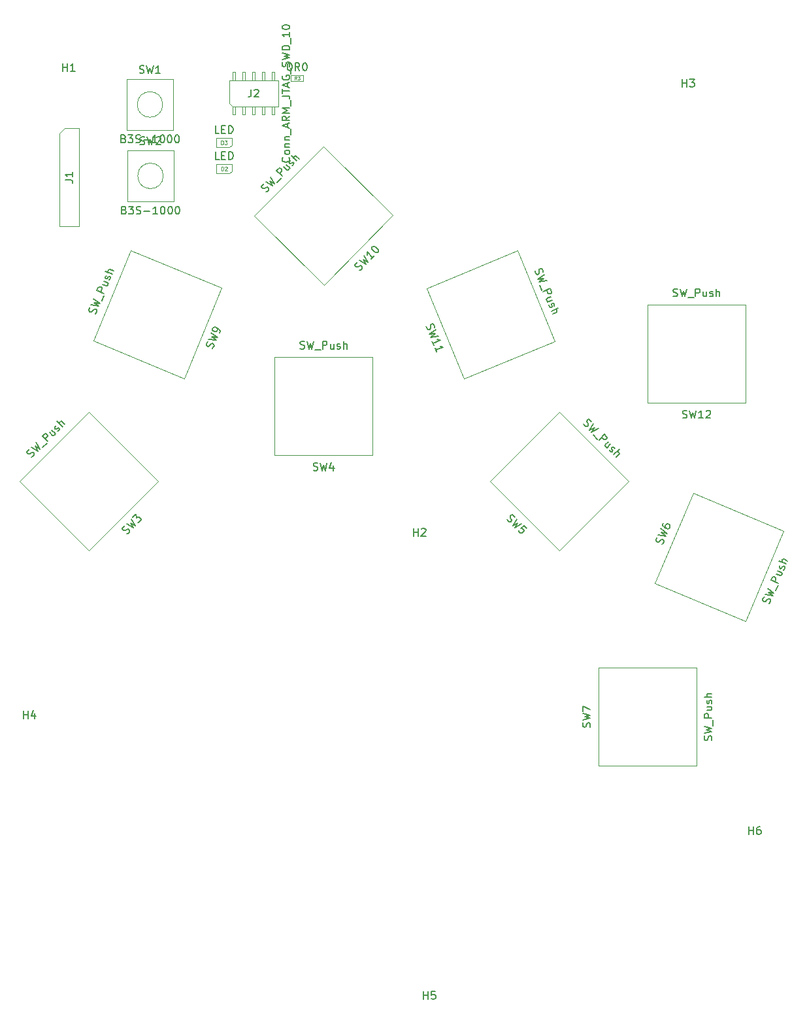
<source format=gbr>
G04 #@! TF.GenerationSoftware,KiCad,Pcbnew,(5.1.5)-3*
G04 #@! TF.CreationDate,2021-10-20T23:00:29+02:00*
G04 #@! TF.ProjectId,WFP_v2_0,5746505f-7632-45f3-902e-6b696361645f,v 0.2*
G04 #@! TF.SameCoordinates,Original*
G04 #@! TF.FileFunction,Other,Fab,Top*
%FSLAX46Y46*%
G04 Gerber Fmt 4.6, Leading zero omitted, Abs format (unit mm)*
G04 Created by KiCad (PCBNEW (5.1.5)-3) date 2021-10-20 23:00:29*
%MOMM*%
%LPD*%
G04 APERTURE LIST*
%ADD10C,0.100000*%
%ADD11C,0.150000*%
%ADD12C,0.080000*%
%ADD13C,0.060000*%
G04 APERTURE END LIST*
D10*
X96559114Y-65834633D02*
X87657567Y-74892914D01*
X87657567Y-74892914D02*
X78599286Y-65991366D01*
X78599286Y-65991366D02*
X87500834Y-56933086D01*
X87500834Y-56933086D02*
X96559114Y-65834633D01*
X62602113Y-70412639D02*
X74335383Y-75272719D01*
X57742033Y-82145909D02*
X62602113Y-70412639D01*
X69475303Y-87005989D02*
X57742033Y-82145909D01*
X74335383Y-75272719D02*
X69475303Y-87005989D01*
X66134205Y-100331846D02*
X57153949Y-109312102D01*
X57153949Y-109312102D02*
X48173693Y-100331846D01*
X48173693Y-100331846D02*
X57153949Y-91351590D01*
X57153949Y-91351590D02*
X66134205Y-100331846D01*
X93929200Y-84251800D02*
X93929200Y-96951800D01*
X81229200Y-84251800D02*
X93929200Y-84251800D01*
X81229200Y-96951800D02*
X81229200Y-84251800D01*
X93929200Y-96951800D02*
X81229200Y-96951800D01*
X142240000Y-90170000D02*
X129540000Y-90170000D01*
X129540000Y-90170000D02*
X129540000Y-77470000D01*
X129540000Y-77470000D02*
X142240000Y-77470000D01*
X142240000Y-77470000D02*
X142240000Y-90170000D01*
X73685000Y-60467800D02*
X75385000Y-60467800D01*
X75385000Y-60467800D02*
X75685000Y-60167800D01*
X75685000Y-60167800D02*
X75685000Y-59267800D01*
X75685000Y-59267800D02*
X73685000Y-59267800D01*
X73685000Y-59267800D02*
X73685000Y-60467800D01*
X53975000Y-54610000D02*
X55880000Y-54610000D01*
X55880000Y-54610000D02*
X55880000Y-67310000D01*
X55880000Y-67310000D02*
X53340000Y-67310000D01*
X53340000Y-67310000D02*
X53340000Y-55245000D01*
X53340000Y-55245000D02*
X53975000Y-54610000D01*
X81661000Y-48409200D02*
X81661000Y-51819200D01*
X75311000Y-51384200D02*
X75311000Y-48409200D01*
X81661000Y-51819200D02*
X75746000Y-51819200D01*
X75746000Y-51819200D02*
X75311000Y-51384200D01*
X75311000Y-48409200D02*
X81661000Y-48409200D01*
X75746000Y-51819200D02*
X75746000Y-52864200D01*
X75746000Y-52864200D02*
X76146000Y-52864200D01*
X76146000Y-52864200D02*
X76146000Y-51819200D01*
X75746000Y-48409200D02*
X75746000Y-47364200D01*
X75746000Y-47364200D02*
X76146000Y-47364200D01*
X76146000Y-47364200D02*
X76146000Y-48409200D01*
X77016000Y-51819200D02*
X77016000Y-52864200D01*
X77016000Y-52864200D02*
X77416000Y-52864200D01*
X77416000Y-52864200D02*
X77416000Y-51819200D01*
X77016000Y-48409200D02*
X77016000Y-47364200D01*
X77016000Y-47364200D02*
X77416000Y-47364200D01*
X77416000Y-47364200D02*
X77416000Y-48409200D01*
X78286000Y-51819200D02*
X78286000Y-52864200D01*
X78286000Y-52864200D02*
X78686000Y-52864200D01*
X78686000Y-52864200D02*
X78686000Y-51819200D01*
X78286000Y-48409200D02*
X78286000Y-47364200D01*
X78286000Y-47364200D02*
X78686000Y-47364200D01*
X78686000Y-47364200D02*
X78686000Y-48409200D01*
X79556000Y-51819200D02*
X79556000Y-52864200D01*
X79556000Y-52864200D02*
X79956000Y-52864200D01*
X79956000Y-52864200D02*
X79956000Y-51819200D01*
X79556000Y-48409200D02*
X79556000Y-47364200D01*
X79556000Y-47364200D02*
X79956000Y-47364200D01*
X79956000Y-47364200D02*
X79956000Y-48409200D01*
X80826000Y-51819200D02*
X80826000Y-52864200D01*
X80826000Y-52864200D02*
X81226000Y-52864200D01*
X81226000Y-52864200D02*
X81226000Y-51819200D01*
X80826000Y-48409200D02*
X80826000Y-47364200D01*
X80826000Y-47364200D02*
X81226000Y-47364200D01*
X81226000Y-47364200D02*
X81226000Y-48409200D01*
X83338800Y-47733000D02*
X84938800Y-47733000D01*
X83338800Y-48533000D02*
X83338800Y-47733000D01*
X84938800Y-48533000D02*
X83338800Y-48533000D01*
X84938800Y-47733000D02*
X84938800Y-48533000D01*
X62063201Y-54836600D02*
X62063201Y-48236600D01*
X68063201Y-54836600D02*
X62063201Y-54836600D01*
X68063201Y-48236600D02*
X68063201Y-54836600D01*
X62063201Y-48236600D02*
X68063201Y-48236600D01*
X66713201Y-51536600D02*
G75*
G03X66713201Y-51536600I-1650000J0D01*
G01*
X66775600Y-60782200D02*
G75*
G03X66775600Y-60782200I-1650000J0D01*
G01*
X62125600Y-57482200D02*
X68125600Y-57482200D01*
X68125600Y-57482200D02*
X68125600Y-64082200D01*
X68125600Y-64082200D02*
X62125600Y-64082200D01*
X62125600Y-64082200D02*
X62125600Y-57482200D01*
X127088410Y-100323949D02*
X118108154Y-109304205D01*
X118108154Y-91343693D02*
X127088410Y-100323949D01*
X109127898Y-100323949D02*
X118108154Y-91343693D01*
X118108154Y-109304205D02*
X109127898Y-100323949D01*
X130510759Y-113503460D02*
X135473044Y-101813048D01*
X135473044Y-101813048D02*
X147163456Y-106775333D01*
X147163456Y-106775333D02*
X142201171Y-118465745D01*
X142201171Y-118465745D02*
X130510759Y-113503460D01*
X123190000Y-137160000D02*
X123190000Y-124460000D01*
X123190000Y-124460000D02*
X135890000Y-124460000D01*
X135890000Y-124460000D02*
X135890000Y-137160000D01*
X135890000Y-137160000D02*
X123190000Y-137160000D01*
X117511999Y-82179217D02*
X105778729Y-87039297D01*
X112651919Y-70445947D02*
X117511999Y-82179217D01*
X100918649Y-75306027D02*
X112651919Y-70445947D01*
X105778729Y-87039297D02*
X100918649Y-75306027D01*
X73659600Y-57089600D02*
X75359600Y-57089600D01*
X75359600Y-57089600D02*
X75659600Y-56789600D01*
X75659600Y-56789600D02*
X75659600Y-55889600D01*
X75659600Y-55889600D02*
X73659600Y-55889600D01*
X73659600Y-55889600D02*
X73659600Y-57089600D01*
D11*
X80115658Y-62851457D02*
X80249752Y-62782940D01*
X80416635Y-62613119D01*
X80449424Y-62511813D01*
X80448836Y-62444473D01*
X80414284Y-62343755D01*
X80346356Y-62277002D01*
X80245050Y-62244213D01*
X80177710Y-62244800D01*
X80076992Y-62279352D01*
X79909521Y-62381833D01*
X79808804Y-62416385D01*
X79741463Y-62416973D01*
X79640157Y-62384184D01*
X79572229Y-62317430D01*
X79537677Y-62216713D01*
X79537089Y-62149372D01*
X79569878Y-62048067D01*
X79736761Y-61878245D01*
X79870855Y-61809729D01*
X80070528Y-61538602D02*
X80950661Y-62069690D01*
X80574703Y-61433183D01*
X81217674Y-61797975D01*
X80671307Y-60927245D01*
X81552616Y-61593014D02*
X82086642Y-61049585D01*
X82185597Y-60813010D02*
X81472346Y-60112101D01*
X81739359Y-59840387D01*
X81840077Y-59805835D01*
X81907418Y-59805247D01*
X82008723Y-59838036D01*
X82110616Y-59938166D01*
X82145168Y-60038883D01*
X82145755Y-60106224D01*
X82112967Y-60207530D01*
X81845953Y-60479244D01*
X82711395Y-59326808D02*
X83186895Y-59794081D01*
X82411005Y-59632487D02*
X82784613Y-59999630D01*
X82885918Y-60032419D01*
X82986636Y-59997867D01*
X83086766Y-59895974D01*
X83119555Y-59794669D01*
X83118967Y-59727328D01*
X83453321Y-59455026D02*
X83554038Y-59420474D01*
X83687545Y-59284617D01*
X83720334Y-59183311D01*
X83685782Y-59082594D01*
X83651818Y-59049217D01*
X83550512Y-59016428D01*
X83449795Y-59050980D01*
X83349665Y-59152873D01*
X83248947Y-59187425D01*
X83147642Y-59154636D01*
X83113678Y-59121259D01*
X83079126Y-59020542D01*
X83111915Y-58919237D01*
X83212045Y-58817344D01*
X83312762Y-58782792D01*
X84088065Y-58877045D02*
X83374814Y-58176136D01*
X84388454Y-58571366D02*
X84014847Y-58204223D01*
X83913542Y-58171434D01*
X83812824Y-58205986D01*
X83712694Y-58307879D01*
X83679905Y-58409184D01*
X83680493Y-58476525D01*
X92215718Y-73006304D02*
X92349812Y-72937787D01*
X92516695Y-72767966D01*
X92549484Y-72666660D01*
X92548897Y-72599320D01*
X92514345Y-72498602D01*
X92446416Y-72431849D01*
X92345111Y-72399060D01*
X92277770Y-72399647D01*
X92177052Y-72434199D01*
X92009582Y-72536680D01*
X91908864Y-72571232D01*
X91841523Y-72571820D01*
X91740218Y-72539031D01*
X91672289Y-72472277D01*
X91637737Y-72371560D01*
X91637150Y-72304219D01*
X91669938Y-72202914D01*
X91836822Y-72033092D01*
X91970916Y-71964576D01*
X92170588Y-71693449D02*
X93050722Y-72224537D01*
X92674763Y-71588030D01*
X93317735Y-71952822D01*
X92771367Y-71082092D01*
X94118774Y-71137679D02*
X93718254Y-71545251D01*
X93918514Y-71341465D02*
X93205264Y-70640556D01*
X93240403Y-70808614D01*
X93241579Y-70943296D01*
X93208790Y-71044601D01*
X93839420Y-69995234D02*
X93906173Y-69927305D01*
X94006890Y-69892753D01*
X94074231Y-69892165D01*
X94175537Y-69924954D01*
X94344770Y-70024497D01*
X94514592Y-70191380D01*
X94617073Y-70358851D01*
X94651625Y-70459568D01*
X94652212Y-70526909D01*
X94619423Y-70628214D01*
X94552670Y-70696143D01*
X94451952Y-70730695D01*
X94384611Y-70731283D01*
X94283306Y-70698494D01*
X94114072Y-70598951D01*
X93944251Y-70432068D01*
X93841770Y-70264597D01*
X93807218Y-70163880D01*
X93806631Y-70096539D01*
X93839420Y-69995234D01*
X57971757Y-78666593D02*
X58070421Y-78552833D01*
X58161536Y-78332862D01*
X58153988Y-78226650D01*
X58128216Y-78164433D01*
X58058451Y-78083993D01*
X57970462Y-78047547D01*
X57864251Y-78055095D01*
X57802034Y-78080866D01*
X57721593Y-78150632D01*
X57604707Y-78308386D01*
X57524267Y-78378151D01*
X57462049Y-78403923D01*
X57355838Y-78411471D01*
X57267849Y-78375025D01*
X57198084Y-78294584D01*
X57172312Y-78232367D01*
X57164764Y-78126156D01*
X57255879Y-77906184D01*
X57354543Y-77792424D01*
X57438110Y-77466242D02*
X58453104Y-77628954D01*
X57866082Y-77179631D01*
X58598888Y-77277000D01*
X57766124Y-76674345D01*
X58832661Y-76961492D02*
X59124229Y-76257583D01*
X59127356Y-76001166D02*
X58203476Y-75618483D01*
X58349261Y-75266528D01*
X58429701Y-75196763D01*
X58491918Y-75170992D01*
X58598130Y-75163443D01*
X58730112Y-75218113D01*
X58799878Y-75298553D01*
X58825649Y-75360770D01*
X58833197Y-75466982D01*
X58687413Y-75818936D01*
X59058127Y-74426216D02*
X59674047Y-74681338D01*
X58894120Y-74822164D02*
X59378057Y-75022617D01*
X59484268Y-75015069D01*
X59564708Y-74945304D01*
X59619377Y-74813321D01*
X59611829Y-74707109D01*
X59586058Y-74644892D01*
X59794059Y-74267167D02*
X59874500Y-74197401D01*
X59947392Y-74021424D01*
X59939844Y-73915213D01*
X59870078Y-73834772D01*
X59826084Y-73816549D01*
X59719872Y-73824097D01*
X59639432Y-73893863D01*
X59584763Y-74025846D01*
X59504323Y-74095611D01*
X59398111Y-74103160D01*
X59354117Y-74084936D01*
X59284351Y-74004496D01*
X59276803Y-73898285D01*
X59331472Y-73766302D01*
X59411912Y-73696536D01*
X60166068Y-73493493D02*
X59242189Y-73110810D01*
X60330075Y-73097545D02*
X59846138Y-72897091D01*
X59739927Y-72904640D01*
X59659487Y-72974405D01*
X59604817Y-73106388D01*
X59612366Y-73212599D01*
X59638137Y-73274817D01*
X73177041Y-83109298D02*
X73275704Y-82995538D01*
X73366820Y-82775566D01*
X73359271Y-82669355D01*
X73333500Y-82607138D01*
X73263735Y-82526697D01*
X73175746Y-82490251D01*
X73069535Y-82497800D01*
X73007317Y-82523571D01*
X72926877Y-82593336D01*
X72809991Y-82751090D01*
X72729550Y-82820856D01*
X72667333Y-82846627D01*
X72561121Y-82854175D01*
X72473133Y-82817729D01*
X72403367Y-82737289D01*
X72377596Y-82675072D01*
X72370048Y-82568860D01*
X72461163Y-82348889D01*
X72559826Y-82235129D01*
X72643393Y-81908946D02*
X73658388Y-82071658D01*
X73071366Y-81622336D01*
X73804172Y-81719704D01*
X72971408Y-81117049D01*
X74059294Y-81103784D02*
X74132186Y-80927807D01*
X74124638Y-80821596D01*
X74098867Y-80759379D01*
X74003330Y-80616721D01*
X73845576Y-80499835D01*
X73493622Y-80354050D01*
X73387411Y-80361599D01*
X73325193Y-80387370D01*
X73244753Y-80457135D01*
X73171861Y-80633112D01*
X73179409Y-80739324D01*
X73205180Y-80801541D01*
X73274946Y-80881982D01*
X73494917Y-80973097D01*
X73601129Y-80965549D01*
X73663346Y-80939777D01*
X73743786Y-80870012D01*
X73816678Y-80694035D01*
X73809130Y-80587823D01*
X73783359Y-80525606D01*
X73713593Y-80445166D01*
X49717407Y-97205289D02*
X49852094Y-97137946D01*
X50020453Y-96969587D01*
X50054125Y-96868572D01*
X50054125Y-96801228D01*
X50020453Y-96700213D01*
X49953110Y-96632870D01*
X49852094Y-96599198D01*
X49784751Y-96599198D01*
X49683736Y-96632870D01*
X49515377Y-96733885D01*
X49414362Y-96767557D01*
X49347018Y-96767557D01*
X49246003Y-96733885D01*
X49178659Y-96666541D01*
X49144988Y-96565526D01*
X49144988Y-96498183D01*
X49178659Y-96397167D01*
X49347018Y-96228809D01*
X49481705Y-96161465D01*
X49683736Y-95892091D02*
X50559201Y-96430839D01*
X50188812Y-95791076D01*
X50828575Y-96161465D01*
X50289827Y-95286000D01*
X51165293Y-95959435D02*
X51704041Y-95420687D01*
X51805056Y-95184984D02*
X51097949Y-94477878D01*
X51367323Y-94208504D01*
X51468338Y-94174832D01*
X51535682Y-94174832D01*
X51636697Y-94208504D01*
X51737712Y-94309519D01*
X51771384Y-94410534D01*
X51771384Y-94477878D01*
X51737712Y-94578893D01*
X51468338Y-94848267D01*
X52343804Y-93703427D02*
X52815208Y-94174832D01*
X52040758Y-94006473D02*
X52411147Y-94376862D01*
X52512163Y-94410534D01*
X52613178Y-94376862D01*
X52714193Y-94275847D01*
X52747865Y-94174832D01*
X52747865Y-94107488D01*
X53084582Y-93838114D02*
X53185598Y-93804443D01*
X53320285Y-93669756D01*
X53353956Y-93568740D01*
X53320285Y-93467725D01*
X53286613Y-93434053D01*
X53185598Y-93400382D01*
X53084582Y-93434053D01*
X52983567Y-93535069D01*
X52882552Y-93568740D01*
X52781537Y-93535069D01*
X52747865Y-93501397D01*
X52714193Y-93400382D01*
X52747865Y-93299366D01*
X52848880Y-93198351D01*
X52949895Y-93164679D01*
X53724346Y-93265695D02*
X53017239Y-92558588D01*
X54027391Y-92962649D02*
X53657002Y-92592260D01*
X53555987Y-92558588D01*
X53454972Y-92592260D01*
X53353956Y-92693275D01*
X53320285Y-92794290D01*
X53320285Y-92861634D01*
X62065108Y-107128623D02*
X62199795Y-107061280D01*
X62368154Y-106892921D01*
X62401826Y-106791906D01*
X62401826Y-106724562D01*
X62368154Y-106623547D01*
X62300811Y-106556204D01*
X62199795Y-106522532D01*
X62132452Y-106522532D01*
X62031437Y-106556204D01*
X61863078Y-106657219D01*
X61762063Y-106690891D01*
X61694719Y-106690891D01*
X61593704Y-106657219D01*
X61526360Y-106589875D01*
X61492689Y-106488860D01*
X61492689Y-106421517D01*
X61526360Y-106320501D01*
X61694719Y-106152143D01*
X61829406Y-106084799D01*
X62031437Y-105815425D02*
X62906902Y-106354173D01*
X62536513Y-105714410D01*
X63176276Y-106084799D01*
X62637528Y-105209334D01*
X62839559Y-105007303D02*
X63277291Y-104569570D01*
X63310963Y-105074647D01*
X63411978Y-104973631D01*
X63512994Y-104939960D01*
X63580337Y-104939960D01*
X63681352Y-104973631D01*
X63849711Y-105141990D01*
X63883383Y-105243005D01*
X63883383Y-105310349D01*
X63849711Y-105411364D01*
X63647681Y-105613395D01*
X63546665Y-105647066D01*
X63479322Y-105647066D01*
X84531580Y-83132561D02*
X84674438Y-83180180D01*
X84912533Y-83180180D01*
X85007771Y-83132561D01*
X85055390Y-83084942D01*
X85103009Y-82989704D01*
X85103009Y-82894466D01*
X85055390Y-82799228D01*
X85007771Y-82751609D01*
X84912533Y-82703990D01*
X84722057Y-82656371D01*
X84626819Y-82608752D01*
X84579200Y-82561133D01*
X84531580Y-82465895D01*
X84531580Y-82370657D01*
X84579200Y-82275419D01*
X84626819Y-82227800D01*
X84722057Y-82180180D01*
X84960152Y-82180180D01*
X85103009Y-82227800D01*
X85436342Y-82180180D02*
X85674438Y-83180180D01*
X85864914Y-82465895D01*
X86055390Y-83180180D01*
X86293485Y-82180180D01*
X86436342Y-83275419D02*
X87198247Y-83275419D01*
X87436342Y-83180180D02*
X87436342Y-82180180D01*
X87817295Y-82180180D01*
X87912533Y-82227800D01*
X87960152Y-82275419D01*
X88007771Y-82370657D01*
X88007771Y-82513514D01*
X87960152Y-82608752D01*
X87912533Y-82656371D01*
X87817295Y-82703990D01*
X87436342Y-82703990D01*
X88864914Y-82513514D02*
X88864914Y-83180180D01*
X88436342Y-82513514D02*
X88436342Y-83037323D01*
X88483961Y-83132561D01*
X88579200Y-83180180D01*
X88722057Y-83180180D01*
X88817295Y-83132561D01*
X88864914Y-83084942D01*
X89293485Y-83132561D02*
X89388723Y-83180180D01*
X89579200Y-83180180D01*
X89674438Y-83132561D01*
X89722057Y-83037323D01*
X89722057Y-82989704D01*
X89674438Y-82894466D01*
X89579200Y-82846847D01*
X89436342Y-82846847D01*
X89341104Y-82799228D01*
X89293485Y-82703990D01*
X89293485Y-82656371D01*
X89341104Y-82561133D01*
X89436342Y-82513514D01*
X89579200Y-82513514D01*
X89674438Y-82561133D01*
X90150628Y-83180180D02*
X90150628Y-82180180D01*
X90579200Y-83180180D02*
X90579200Y-82656371D01*
X90531580Y-82561133D01*
X90436342Y-82513514D01*
X90293485Y-82513514D01*
X90198247Y-82561133D01*
X90150628Y-82608752D01*
X86245866Y-98880561D02*
X86388723Y-98928180D01*
X86626819Y-98928180D01*
X86722057Y-98880561D01*
X86769676Y-98832942D01*
X86817295Y-98737704D01*
X86817295Y-98642466D01*
X86769676Y-98547228D01*
X86722057Y-98499609D01*
X86626819Y-98451990D01*
X86436342Y-98404371D01*
X86341104Y-98356752D01*
X86293485Y-98309133D01*
X86245866Y-98213895D01*
X86245866Y-98118657D01*
X86293485Y-98023419D01*
X86341104Y-97975800D01*
X86436342Y-97928180D01*
X86674438Y-97928180D01*
X86817295Y-97975800D01*
X87150628Y-97928180D02*
X87388723Y-98928180D01*
X87579200Y-98213895D01*
X87769676Y-98928180D01*
X88007771Y-97928180D01*
X88817295Y-98261514D02*
X88817295Y-98928180D01*
X88579200Y-97880561D02*
X88341104Y-98594847D01*
X88960152Y-98594847D01*
X132842380Y-76350761D02*
X132985238Y-76398380D01*
X133223333Y-76398380D01*
X133318571Y-76350761D01*
X133366190Y-76303142D01*
X133413809Y-76207904D01*
X133413809Y-76112666D01*
X133366190Y-76017428D01*
X133318571Y-75969809D01*
X133223333Y-75922190D01*
X133032857Y-75874571D01*
X132937619Y-75826952D01*
X132890000Y-75779333D01*
X132842380Y-75684095D01*
X132842380Y-75588857D01*
X132890000Y-75493619D01*
X132937619Y-75446000D01*
X133032857Y-75398380D01*
X133270952Y-75398380D01*
X133413809Y-75446000D01*
X133747142Y-75398380D02*
X133985238Y-76398380D01*
X134175714Y-75684095D01*
X134366190Y-76398380D01*
X134604285Y-75398380D01*
X134747142Y-76493619D02*
X135509047Y-76493619D01*
X135747142Y-76398380D02*
X135747142Y-75398380D01*
X136128095Y-75398380D01*
X136223333Y-75446000D01*
X136270952Y-75493619D01*
X136318571Y-75588857D01*
X136318571Y-75731714D01*
X136270952Y-75826952D01*
X136223333Y-75874571D01*
X136128095Y-75922190D01*
X135747142Y-75922190D01*
X137175714Y-75731714D02*
X137175714Y-76398380D01*
X136747142Y-75731714D02*
X136747142Y-76255523D01*
X136794761Y-76350761D01*
X136890000Y-76398380D01*
X137032857Y-76398380D01*
X137128095Y-76350761D01*
X137175714Y-76303142D01*
X137604285Y-76350761D02*
X137699523Y-76398380D01*
X137890000Y-76398380D01*
X137985238Y-76350761D01*
X138032857Y-76255523D01*
X138032857Y-76207904D01*
X137985238Y-76112666D01*
X137890000Y-76065047D01*
X137747142Y-76065047D01*
X137651904Y-76017428D01*
X137604285Y-75922190D01*
X137604285Y-75874571D01*
X137651904Y-75779333D01*
X137747142Y-75731714D01*
X137890000Y-75731714D01*
X137985238Y-75779333D01*
X138461428Y-76398380D02*
X138461428Y-75398380D01*
X138890000Y-76398380D02*
X138890000Y-75874571D01*
X138842380Y-75779333D01*
X138747142Y-75731714D01*
X138604285Y-75731714D01*
X138509047Y-75779333D01*
X138461428Y-75826952D01*
X134080476Y-92098761D02*
X134223333Y-92146380D01*
X134461428Y-92146380D01*
X134556666Y-92098761D01*
X134604285Y-92051142D01*
X134651904Y-91955904D01*
X134651904Y-91860666D01*
X134604285Y-91765428D01*
X134556666Y-91717809D01*
X134461428Y-91670190D01*
X134270952Y-91622571D01*
X134175714Y-91574952D01*
X134128095Y-91527333D01*
X134080476Y-91432095D01*
X134080476Y-91336857D01*
X134128095Y-91241619D01*
X134175714Y-91194000D01*
X134270952Y-91146380D01*
X134509047Y-91146380D01*
X134651904Y-91194000D01*
X134985238Y-91146380D02*
X135223333Y-92146380D01*
X135413809Y-91432095D01*
X135604285Y-92146380D01*
X135842380Y-91146380D01*
X136747142Y-92146380D02*
X136175714Y-92146380D01*
X136461428Y-92146380D02*
X136461428Y-91146380D01*
X136366190Y-91289238D01*
X136270952Y-91384476D01*
X136175714Y-91432095D01*
X137128095Y-91241619D02*
X137175714Y-91194000D01*
X137270952Y-91146380D01*
X137509047Y-91146380D01*
X137604285Y-91194000D01*
X137651904Y-91241619D01*
X137699523Y-91336857D01*
X137699523Y-91432095D01*
X137651904Y-91574952D01*
X137080476Y-92146380D01*
X137699523Y-92146380D01*
X74042142Y-58670180D02*
X73565952Y-58670180D01*
X73565952Y-57670180D01*
X74375476Y-58146371D02*
X74708809Y-58146371D01*
X74851666Y-58670180D02*
X74375476Y-58670180D01*
X74375476Y-57670180D01*
X74851666Y-57670180D01*
X75280238Y-58670180D02*
X75280238Y-57670180D01*
X75518333Y-57670180D01*
X75661190Y-57717800D01*
X75756428Y-57813038D01*
X75804047Y-57908276D01*
X75851666Y-58098752D01*
X75851666Y-58241609D01*
X75804047Y-58432085D01*
X75756428Y-58527323D01*
X75661190Y-58622561D01*
X75518333Y-58670180D01*
X75280238Y-58670180D01*
D12*
X74315952Y-60093990D02*
X74315952Y-59593990D01*
X74435000Y-59593990D01*
X74506428Y-59617800D01*
X74554047Y-59665419D01*
X74577857Y-59713038D01*
X74601666Y-59808276D01*
X74601666Y-59879704D01*
X74577857Y-59974942D01*
X74554047Y-60022561D01*
X74506428Y-60070180D01*
X74435000Y-60093990D01*
X74315952Y-60093990D01*
X74792142Y-59641609D02*
X74815952Y-59617800D01*
X74863571Y-59593990D01*
X74982619Y-59593990D01*
X75030238Y-59617800D01*
X75054047Y-59641609D01*
X75077857Y-59689228D01*
X75077857Y-59736847D01*
X75054047Y-59808276D01*
X74768333Y-60093990D01*
X75077857Y-60093990D01*
D11*
X53758095Y-47222380D02*
X53758095Y-46222380D01*
X53758095Y-46698571D02*
X54329523Y-46698571D01*
X54329523Y-47222380D02*
X54329523Y-46222380D01*
X55329523Y-47222380D02*
X54758095Y-47222380D01*
X55043809Y-47222380D02*
X55043809Y-46222380D01*
X54948571Y-46365238D01*
X54853333Y-46460476D01*
X54758095Y-46508095D01*
X99224095Y-107420380D02*
X99224095Y-106420380D01*
X99224095Y-106896571D02*
X99795523Y-106896571D01*
X99795523Y-107420380D02*
X99795523Y-106420380D01*
X100224095Y-106515619D02*
X100271714Y-106468000D01*
X100366952Y-106420380D01*
X100605047Y-106420380D01*
X100700285Y-106468000D01*
X100747904Y-106515619D01*
X100795523Y-106610857D01*
X100795523Y-106706095D01*
X100747904Y-106848952D01*
X100176476Y-107420380D01*
X100795523Y-107420380D01*
X134022095Y-49254380D02*
X134022095Y-48254380D01*
X134022095Y-48730571D02*
X134593523Y-48730571D01*
X134593523Y-49254380D02*
X134593523Y-48254380D01*
X134974476Y-48254380D02*
X135593523Y-48254380D01*
X135260190Y-48635333D01*
X135403047Y-48635333D01*
X135498285Y-48682952D01*
X135545904Y-48730571D01*
X135593523Y-48825809D01*
X135593523Y-49063904D01*
X135545904Y-49159142D01*
X135498285Y-49206761D01*
X135403047Y-49254380D01*
X135117333Y-49254380D01*
X135022095Y-49206761D01*
X134974476Y-49159142D01*
X48678095Y-131042380D02*
X48678095Y-130042380D01*
X48678095Y-130518571D02*
X49249523Y-130518571D01*
X49249523Y-131042380D02*
X49249523Y-130042380D01*
X50154285Y-130375714D02*
X50154285Y-131042380D01*
X49916190Y-129994761D02*
X49678095Y-130709047D01*
X50297142Y-130709047D01*
X100497095Y-167364380D02*
X100497095Y-166364380D01*
X100497095Y-166840571D02*
X101068523Y-166840571D01*
X101068523Y-167364380D02*
X101068523Y-166364380D01*
X102020904Y-166364380D02*
X101544714Y-166364380D01*
X101497095Y-166840571D01*
X101544714Y-166792952D01*
X101639952Y-166745333D01*
X101878047Y-166745333D01*
X101973285Y-166792952D01*
X102020904Y-166840571D01*
X102068523Y-166935809D01*
X102068523Y-167173904D01*
X102020904Y-167269142D01*
X101973285Y-167316761D01*
X101878047Y-167364380D01*
X101639952Y-167364380D01*
X101544714Y-167316761D01*
X101497095Y-167269142D01*
X142658095Y-146028380D02*
X142658095Y-145028380D01*
X142658095Y-145504571D02*
X143229523Y-145504571D01*
X143229523Y-146028380D02*
X143229523Y-145028380D01*
X144134285Y-145028380D02*
X143943809Y-145028380D01*
X143848571Y-145076000D01*
X143800952Y-145123619D01*
X143705714Y-145266476D01*
X143658095Y-145456952D01*
X143658095Y-145837904D01*
X143705714Y-145933142D01*
X143753333Y-145980761D01*
X143848571Y-146028380D01*
X144039047Y-146028380D01*
X144134285Y-145980761D01*
X144181904Y-145933142D01*
X144229523Y-145837904D01*
X144229523Y-145599809D01*
X144181904Y-145504571D01*
X144134285Y-145456952D01*
X144039047Y-145409333D01*
X143848571Y-145409333D01*
X143753333Y-145456952D01*
X143705714Y-145504571D01*
X143658095Y-145599809D01*
X54062380Y-61293333D02*
X54776666Y-61293333D01*
X54919523Y-61340952D01*
X55014761Y-61436190D01*
X55062380Y-61579047D01*
X55062380Y-61674285D01*
X55062380Y-60293333D02*
X55062380Y-60864761D01*
X55062380Y-60579047D02*
X54062380Y-60579047D01*
X54205238Y-60674285D01*
X54300476Y-60769523D01*
X54348095Y-60864761D01*
X83078142Y-58376104D02*
X83125761Y-58423723D01*
X83173380Y-58566580D01*
X83173380Y-58661819D01*
X83125761Y-58804676D01*
X83030523Y-58899914D01*
X82935285Y-58947533D01*
X82744809Y-58995152D01*
X82601952Y-58995152D01*
X82411476Y-58947533D01*
X82316238Y-58899914D01*
X82221000Y-58804676D01*
X82173380Y-58661819D01*
X82173380Y-58566580D01*
X82221000Y-58423723D01*
X82268619Y-58376104D01*
X83173380Y-57804676D02*
X83125761Y-57899914D01*
X83078142Y-57947533D01*
X82982904Y-57995152D01*
X82697190Y-57995152D01*
X82601952Y-57947533D01*
X82554333Y-57899914D01*
X82506714Y-57804676D01*
X82506714Y-57661819D01*
X82554333Y-57566580D01*
X82601952Y-57518961D01*
X82697190Y-57471342D01*
X82982904Y-57471342D01*
X83078142Y-57518961D01*
X83125761Y-57566580D01*
X83173380Y-57661819D01*
X83173380Y-57804676D01*
X82506714Y-57042771D02*
X83173380Y-57042771D01*
X82601952Y-57042771D02*
X82554333Y-56995152D01*
X82506714Y-56899914D01*
X82506714Y-56757057D01*
X82554333Y-56661819D01*
X82649571Y-56614200D01*
X83173380Y-56614200D01*
X82506714Y-56138009D02*
X83173380Y-56138009D01*
X82601952Y-56138009D02*
X82554333Y-56090390D01*
X82506714Y-55995152D01*
X82506714Y-55852295D01*
X82554333Y-55757057D01*
X82649571Y-55709438D01*
X83173380Y-55709438D01*
X83268619Y-55471342D02*
X83268619Y-54709438D01*
X82887666Y-54518961D02*
X82887666Y-54042771D01*
X83173380Y-54614200D02*
X82173380Y-54280866D01*
X83173380Y-53947533D01*
X83173380Y-53042771D02*
X82697190Y-53376104D01*
X83173380Y-53614200D02*
X82173380Y-53614200D01*
X82173380Y-53233247D01*
X82221000Y-53138009D01*
X82268619Y-53090390D01*
X82363857Y-53042771D01*
X82506714Y-53042771D01*
X82601952Y-53090390D01*
X82649571Y-53138009D01*
X82697190Y-53233247D01*
X82697190Y-53614200D01*
X83173380Y-52614200D02*
X82173380Y-52614200D01*
X82887666Y-52280866D01*
X82173380Y-51947533D01*
X83173380Y-51947533D01*
X83268619Y-51709438D02*
X83268619Y-50947533D01*
X82173380Y-50423723D02*
X82887666Y-50423723D01*
X83030523Y-50471342D01*
X83125761Y-50566580D01*
X83173380Y-50709438D01*
X83173380Y-50804676D01*
X82173380Y-50090390D02*
X82173380Y-49518961D01*
X83173380Y-49804676D02*
X82173380Y-49804676D01*
X82887666Y-49233247D02*
X82887666Y-48757057D01*
X83173380Y-49328485D02*
X82173380Y-48995152D01*
X83173380Y-48661819D01*
X82221000Y-47804676D02*
X82173380Y-47899914D01*
X82173380Y-48042771D01*
X82221000Y-48185628D01*
X82316238Y-48280866D01*
X82411476Y-48328485D01*
X82601952Y-48376104D01*
X82744809Y-48376104D01*
X82935285Y-48328485D01*
X83030523Y-48280866D01*
X83125761Y-48185628D01*
X83173380Y-48042771D01*
X83173380Y-47947533D01*
X83125761Y-47804676D01*
X83078142Y-47757057D01*
X82744809Y-47757057D01*
X82744809Y-47947533D01*
X83268619Y-47566580D02*
X83268619Y-46804676D01*
X83125761Y-46614200D02*
X83173380Y-46471342D01*
X83173380Y-46233247D01*
X83125761Y-46138009D01*
X83078142Y-46090390D01*
X82982904Y-46042771D01*
X82887666Y-46042771D01*
X82792428Y-46090390D01*
X82744809Y-46138009D01*
X82697190Y-46233247D01*
X82649571Y-46423723D01*
X82601952Y-46518961D01*
X82554333Y-46566580D01*
X82459095Y-46614200D01*
X82363857Y-46614200D01*
X82268619Y-46566580D01*
X82221000Y-46518961D01*
X82173380Y-46423723D01*
X82173380Y-46185628D01*
X82221000Y-46042771D01*
X82173380Y-45709438D02*
X83173380Y-45471342D01*
X82459095Y-45280866D01*
X83173380Y-45090390D01*
X82173380Y-44852295D01*
X83173380Y-44471342D02*
X82173380Y-44471342D01*
X82173380Y-44233247D01*
X82221000Y-44090390D01*
X82316238Y-43995152D01*
X82411476Y-43947533D01*
X82601952Y-43899914D01*
X82744809Y-43899914D01*
X82935285Y-43947533D01*
X83030523Y-43995152D01*
X83125761Y-44090390D01*
X83173380Y-44233247D01*
X83173380Y-44471342D01*
X83268619Y-43709438D02*
X83268619Y-42947533D01*
X83173380Y-42185628D02*
X83173380Y-42757057D01*
X83173380Y-42471342D02*
X82173380Y-42471342D01*
X82316238Y-42566580D01*
X82411476Y-42661819D01*
X82459095Y-42757057D01*
X82173380Y-41566580D02*
X82173380Y-41471342D01*
X82221000Y-41376104D01*
X82268619Y-41328485D01*
X82363857Y-41280866D01*
X82554333Y-41233247D01*
X82792428Y-41233247D01*
X82982904Y-41280866D01*
X83078142Y-41328485D01*
X83125761Y-41376104D01*
X83173380Y-41471342D01*
X83173380Y-41566580D01*
X83125761Y-41661819D01*
X83078142Y-41709438D01*
X82982904Y-41757057D01*
X82792428Y-41804676D01*
X82554333Y-41804676D01*
X82363857Y-41757057D01*
X82268619Y-41709438D01*
X82221000Y-41661819D01*
X82173380Y-41566580D01*
X78152666Y-49566580D02*
X78152666Y-50280866D01*
X78105047Y-50423723D01*
X78009809Y-50518961D01*
X77866952Y-50566580D01*
X77771714Y-50566580D01*
X78581238Y-49661819D02*
X78628857Y-49614200D01*
X78724095Y-49566580D01*
X78962190Y-49566580D01*
X79057428Y-49614200D01*
X79105047Y-49661819D01*
X79152666Y-49757057D01*
X79152666Y-49852295D01*
X79105047Y-49995152D01*
X78533619Y-50566580D01*
X79152666Y-50566580D01*
X83114990Y-46155380D02*
X83210228Y-46155380D01*
X83305466Y-46203000D01*
X83353085Y-46250619D01*
X83400704Y-46345857D01*
X83448323Y-46536333D01*
X83448323Y-46774428D01*
X83400704Y-46964904D01*
X83353085Y-47060142D01*
X83305466Y-47107761D01*
X83210228Y-47155380D01*
X83114990Y-47155380D01*
X83019752Y-47107761D01*
X82972133Y-47060142D01*
X82924514Y-46964904D01*
X82876895Y-46774428D01*
X82876895Y-46536333D01*
X82924514Y-46345857D01*
X82972133Y-46250619D01*
X83019752Y-46203000D01*
X83114990Y-46155380D01*
X84448323Y-47155380D02*
X84114990Y-46679190D01*
X83876895Y-47155380D02*
X83876895Y-46155380D01*
X84257847Y-46155380D01*
X84353085Y-46203000D01*
X84400704Y-46250619D01*
X84448323Y-46345857D01*
X84448323Y-46488714D01*
X84400704Y-46583952D01*
X84353085Y-46631571D01*
X84257847Y-46679190D01*
X83876895Y-46679190D01*
X85067371Y-46155380D02*
X85162609Y-46155380D01*
X85257847Y-46203000D01*
X85305466Y-46250619D01*
X85353085Y-46345857D01*
X85400704Y-46536333D01*
X85400704Y-46774428D01*
X85353085Y-46964904D01*
X85305466Y-47060142D01*
X85257847Y-47107761D01*
X85162609Y-47155380D01*
X85067371Y-47155380D01*
X84972133Y-47107761D01*
X84924514Y-47060142D01*
X84876895Y-46964904D01*
X84829276Y-46774428D01*
X84829276Y-46536333D01*
X84876895Y-46345857D01*
X84924514Y-46250619D01*
X84972133Y-46203000D01*
X85067371Y-46155380D01*
D13*
X84072133Y-48313952D02*
X83938800Y-48123476D01*
X83843561Y-48313952D02*
X83843561Y-47913952D01*
X83995942Y-47913952D01*
X84034038Y-47933000D01*
X84053085Y-47952047D01*
X84072133Y-47990142D01*
X84072133Y-48047285D01*
X84053085Y-48085380D01*
X84034038Y-48104428D01*
X83995942Y-48123476D01*
X83843561Y-48123476D01*
X84205466Y-47913952D02*
X84453085Y-47913952D01*
X84319752Y-48066333D01*
X84376895Y-48066333D01*
X84414990Y-48085380D01*
X84434038Y-48104428D01*
X84453085Y-48142523D01*
X84453085Y-48237761D01*
X84434038Y-48275857D01*
X84414990Y-48294904D01*
X84376895Y-48313952D01*
X84262609Y-48313952D01*
X84224514Y-48294904D01*
X84205466Y-48275857D01*
D11*
X61658439Y-55965171D02*
X61801296Y-56012790D01*
X61848915Y-56060409D01*
X61896534Y-56155647D01*
X61896534Y-56298504D01*
X61848915Y-56393742D01*
X61801296Y-56441361D01*
X61706058Y-56488980D01*
X61325105Y-56488980D01*
X61325105Y-55488980D01*
X61658439Y-55488980D01*
X61753677Y-55536600D01*
X61801296Y-55584219D01*
X61848915Y-55679457D01*
X61848915Y-55774695D01*
X61801296Y-55869933D01*
X61753677Y-55917552D01*
X61658439Y-55965171D01*
X61325105Y-55965171D01*
X62229867Y-55488980D02*
X62848915Y-55488980D01*
X62515581Y-55869933D01*
X62658439Y-55869933D01*
X62753677Y-55917552D01*
X62801296Y-55965171D01*
X62848915Y-56060409D01*
X62848915Y-56298504D01*
X62801296Y-56393742D01*
X62753677Y-56441361D01*
X62658439Y-56488980D01*
X62372724Y-56488980D01*
X62277486Y-56441361D01*
X62229867Y-56393742D01*
X63229867Y-56441361D02*
X63372724Y-56488980D01*
X63610820Y-56488980D01*
X63706058Y-56441361D01*
X63753677Y-56393742D01*
X63801296Y-56298504D01*
X63801296Y-56203266D01*
X63753677Y-56108028D01*
X63706058Y-56060409D01*
X63610820Y-56012790D01*
X63420343Y-55965171D01*
X63325105Y-55917552D01*
X63277486Y-55869933D01*
X63229867Y-55774695D01*
X63229867Y-55679457D01*
X63277486Y-55584219D01*
X63325105Y-55536600D01*
X63420343Y-55488980D01*
X63658439Y-55488980D01*
X63801296Y-55536600D01*
X64229867Y-56108028D02*
X64991772Y-56108028D01*
X65991772Y-56488980D02*
X65420343Y-56488980D01*
X65706058Y-56488980D02*
X65706058Y-55488980D01*
X65610820Y-55631838D01*
X65515581Y-55727076D01*
X65420343Y-55774695D01*
X66610820Y-55488980D02*
X66706058Y-55488980D01*
X66801296Y-55536600D01*
X66848915Y-55584219D01*
X66896534Y-55679457D01*
X66944153Y-55869933D01*
X66944153Y-56108028D01*
X66896534Y-56298504D01*
X66848915Y-56393742D01*
X66801296Y-56441361D01*
X66706058Y-56488980D01*
X66610820Y-56488980D01*
X66515581Y-56441361D01*
X66467962Y-56393742D01*
X66420343Y-56298504D01*
X66372724Y-56108028D01*
X66372724Y-55869933D01*
X66420343Y-55679457D01*
X66467962Y-55584219D01*
X66515581Y-55536600D01*
X66610820Y-55488980D01*
X67563201Y-55488980D02*
X67658439Y-55488980D01*
X67753677Y-55536600D01*
X67801296Y-55584219D01*
X67848915Y-55679457D01*
X67896534Y-55869933D01*
X67896534Y-56108028D01*
X67848915Y-56298504D01*
X67801296Y-56393742D01*
X67753677Y-56441361D01*
X67658439Y-56488980D01*
X67563201Y-56488980D01*
X67467962Y-56441361D01*
X67420343Y-56393742D01*
X67372724Y-56298504D01*
X67325105Y-56108028D01*
X67325105Y-55869933D01*
X67372724Y-55679457D01*
X67420343Y-55584219D01*
X67467962Y-55536600D01*
X67563201Y-55488980D01*
X68515581Y-55488980D02*
X68610820Y-55488980D01*
X68706058Y-55536600D01*
X68753677Y-55584219D01*
X68801296Y-55679457D01*
X68848915Y-55869933D01*
X68848915Y-56108028D01*
X68801296Y-56298504D01*
X68753677Y-56393742D01*
X68706058Y-56441361D01*
X68610820Y-56488980D01*
X68515581Y-56488980D01*
X68420343Y-56441361D01*
X68372724Y-56393742D01*
X68325105Y-56298504D01*
X68277486Y-56108028D01*
X68277486Y-55869933D01*
X68325105Y-55679457D01*
X68372724Y-55584219D01*
X68420343Y-55536600D01*
X68515581Y-55488980D01*
X63729867Y-47441361D02*
X63872724Y-47488980D01*
X64110820Y-47488980D01*
X64206058Y-47441361D01*
X64253677Y-47393742D01*
X64301296Y-47298504D01*
X64301296Y-47203266D01*
X64253677Y-47108028D01*
X64206058Y-47060409D01*
X64110820Y-47012790D01*
X63920343Y-46965171D01*
X63825105Y-46917552D01*
X63777486Y-46869933D01*
X63729867Y-46774695D01*
X63729867Y-46679457D01*
X63777486Y-46584219D01*
X63825105Y-46536600D01*
X63920343Y-46488980D01*
X64158439Y-46488980D01*
X64301296Y-46536600D01*
X64634629Y-46488980D02*
X64872724Y-47488980D01*
X65063201Y-46774695D01*
X65253677Y-47488980D01*
X65491772Y-46488980D01*
X66396534Y-47488980D02*
X65825105Y-47488980D01*
X66110820Y-47488980D02*
X66110820Y-46488980D01*
X66015581Y-46631838D01*
X65920343Y-46727076D01*
X65825105Y-46774695D01*
X61720838Y-65210771D02*
X61863695Y-65258390D01*
X61911314Y-65306009D01*
X61958933Y-65401247D01*
X61958933Y-65544104D01*
X61911314Y-65639342D01*
X61863695Y-65686961D01*
X61768457Y-65734580D01*
X61387504Y-65734580D01*
X61387504Y-64734580D01*
X61720838Y-64734580D01*
X61816076Y-64782200D01*
X61863695Y-64829819D01*
X61911314Y-64925057D01*
X61911314Y-65020295D01*
X61863695Y-65115533D01*
X61816076Y-65163152D01*
X61720838Y-65210771D01*
X61387504Y-65210771D01*
X62292266Y-64734580D02*
X62911314Y-64734580D01*
X62577980Y-65115533D01*
X62720838Y-65115533D01*
X62816076Y-65163152D01*
X62863695Y-65210771D01*
X62911314Y-65306009D01*
X62911314Y-65544104D01*
X62863695Y-65639342D01*
X62816076Y-65686961D01*
X62720838Y-65734580D01*
X62435123Y-65734580D01*
X62339885Y-65686961D01*
X62292266Y-65639342D01*
X63292266Y-65686961D02*
X63435123Y-65734580D01*
X63673219Y-65734580D01*
X63768457Y-65686961D01*
X63816076Y-65639342D01*
X63863695Y-65544104D01*
X63863695Y-65448866D01*
X63816076Y-65353628D01*
X63768457Y-65306009D01*
X63673219Y-65258390D01*
X63482742Y-65210771D01*
X63387504Y-65163152D01*
X63339885Y-65115533D01*
X63292266Y-65020295D01*
X63292266Y-64925057D01*
X63339885Y-64829819D01*
X63387504Y-64782200D01*
X63482742Y-64734580D01*
X63720838Y-64734580D01*
X63863695Y-64782200D01*
X64292266Y-65353628D02*
X65054171Y-65353628D01*
X66054171Y-65734580D02*
X65482742Y-65734580D01*
X65768457Y-65734580D02*
X65768457Y-64734580D01*
X65673219Y-64877438D01*
X65577980Y-64972676D01*
X65482742Y-65020295D01*
X66673219Y-64734580D02*
X66768457Y-64734580D01*
X66863695Y-64782200D01*
X66911314Y-64829819D01*
X66958933Y-64925057D01*
X67006552Y-65115533D01*
X67006552Y-65353628D01*
X66958933Y-65544104D01*
X66911314Y-65639342D01*
X66863695Y-65686961D01*
X66768457Y-65734580D01*
X66673219Y-65734580D01*
X66577980Y-65686961D01*
X66530361Y-65639342D01*
X66482742Y-65544104D01*
X66435123Y-65353628D01*
X66435123Y-65115533D01*
X66482742Y-64925057D01*
X66530361Y-64829819D01*
X66577980Y-64782200D01*
X66673219Y-64734580D01*
X67625600Y-64734580D02*
X67720838Y-64734580D01*
X67816076Y-64782200D01*
X67863695Y-64829819D01*
X67911314Y-64925057D01*
X67958933Y-65115533D01*
X67958933Y-65353628D01*
X67911314Y-65544104D01*
X67863695Y-65639342D01*
X67816076Y-65686961D01*
X67720838Y-65734580D01*
X67625600Y-65734580D01*
X67530361Y-65686961D01*
X67482742Y-65639342D01*
X67435123Y-65544104D01*
X67387504Y-65353628D01*
X67387504Y-65115533D01*
X67435123Y-64925057D01*
X67482742Y-64829819D01*
X67530361Y-64782200D01*
X67625600Y-64734580D01*
X68577980Y-64734580D02*
X68673219Y-64734580D01*
X68768457Y-64782200D01*
X68816076Y-64829819D01*
X68863695Y-64925057D01*
X68911314Y-65115533D01*
X68911314Y-65353628D01*
X68863695Y-65544104D01*
X68816076Y-65639342D01*
X68768457Y-65686961D01*
X68673219Y-65734580D01*
X68577980Y-65734580D01*
X68482742Y-65686961D01*
X68435123Y-65639342D01*
X68387504Y-65544104D01*
X68339885Y-65353628D01*
X68339885Y-65115533D01*
X68387504Y-64925057D01*
X68435123Y-64829819D01*
X68482742Y-64782200D01*
X68577980Y-64734580D01*
X63792266Y-56686961D02*
X63935123Y-56734580D01*
X64173219Y-56734580D01*
X64268457Y-56686961D01*
X64316076Y-56639342D01*
X64363695Y-56544104D01*
X64363695Y-56448866D01*
X64316076Y-56353628D01*
X64268457Y-56306009D01*
X64173219Y-56258390D01*
X63982742Y-56210771D01*
X63887504Y-56163152D01*
X63839885Y-56115533D01*
X63792266Y-56020295D01*
X63792266Y-55925057D01*
X63839885Y-55829819D01*
X63887504Y-55782200D01*
X63982742Y-55734580D01*
X64220838Y-55734580D01*
X64363695Y-55782200D01*
X64697028Y-55734580D02*
X64935123Y-56734580D01*
X65125600Y-56020295D01*
X65316076Y-56734580D01*
X65554171Y-55734580D01*
X65887504Y-55829819D02*
X65935123Y-55782200D01*
X66030361Y-55734580D01*
X66268457Y-55734580D01*
X66363695Y-55782200D01*
X66411314Y-55829819D01*
X66458933Y-55925057D01*
X66458933Y-56020295D01*
X66411314Y-56163152D01*
X65839885Y-56734580D01*
X66458933Y-56734580D01*
X121234710Y-92887407D02*
X121302053Y-93022094D01*
X121470412Y-93190453D01*
X121571427Y-93224125D01*
X121638771Y-93224125D01*
X121739786Y-93190453D01*
X121807129Y-93123110D01*
X121840801Y-93022094D01*
X121840801Y-92954751D01*
X121807129Y-92853736D01*
X121706114Y-92685377D01*
X121672442Y-92584362D01*
X121672442Y-92517018D01*
X121706114Y-92416003D01*
X121773458Y-92348659D01*
X121874473Y-92314988D01*
X121941816Y-92314988D01*
X122042832Y-92348659D01*
X122211190Y-92517018D01*
X122278534Y-92651705D01*
X122547908Y-92853736D02*
X122009160Y-93729201D01*
X122648923Y-93358812D01*
X122278534Y-93998575D01*
X123153999Y-93459827D01*
X122480564Y-94335293D02*
X123019312Y-94874041D01*
X123255015Y-94975056D02*
X123962121Y-94267949D01*
X124231495Y-94537323D01*
X124265167Y-94638338D01*
X124265167Y-94705682D01*
X124231495Y-94806697D01*
X124130480Y-94907712D01*
X124029465Y-94941384D01*
X123962121Y-94941384D01*
X123861106Y-94907712D01*
X123591732Y-94638338D01*
X124736572Y-95513804D02*
X124265167Y-95985208D01*
X124433526Y-95210758D02*
X124063137Y-95581147D01*
X124029465Y-95682163D01*
X124063137Y-95783178D01*
X124164152Y-95884193D01*
X124265167Y-95917865D01*
X124332511Y-95917865D01*
X124601885Y-96254582D02*
X124635556Y-96355598D01*
X124770243Y-96490285D01*
X124871259Y-96523956D01*
X124972274Y-96490285D01*
X125005946Y-96456613D01*
X125039617Y-96355598D01*
X125005946Y-96254582D01*
X124904930Y-96153567D01*
X124871259Y-96052552D01*
X124904930Y-95951537D01*
X124938602Y-95917865D01*
X125039617Y-95884193D01*
X125140633Y-95917865D01*
X125241648Y-96018880D01*
X125275320Y-96119895D01*
X125174304Y-96894346D02*
X125881411Y-96187239D01*
X125477350Y-97197391D02*
X125847739Y-96827002D01*
X125881411Y-96725987D01*
X125847739Y-96624972D01*
X125746724Y-96523956D01*
X125645709Y-96490285D01*
X125578365Y-96490285D01*
X111311376Y-105235108D02*
X111378719Y-105369795D01*
X111547078Y-105538154D01*
X111648093Y-105571826D01*
X111715437Y-105571826D01*
X111816452Y-105538154D01*
X111883795Y-105470811D01*
X111917467Y-105369795D01*
X111917467Y-105302452D01*
X111883795Y-105201437D01*
X111782780Y-105033078D01*
X111749108Y-104932063D01*
X111749108Y-104864719D01*
X111782780Y-104763704D01*
X111850124Y-104696360D01*
X111951139Y-104662689D01*
X112018482Y-104662689D01*
X112119498Y-104696360D01*
X112287856Y-104864719D01*
X112355200Y-104999406D01*
X112624574Y-105201437D02*
X112085826Y-106076902D01*
X112725589Y-105706513D01*
X112355200Y-106346276D01*
X113230665Y-105807528D01*
X113836757Y-106413620D02*
X113500039Y-106076902D01*
X113129650Y-106379948D01*
X113196994Y-106379948D01*
X113298009Y-106413620D01*
X113466368Y-106581978D01*
X113500039Y-106682994D01*
X113500039Y-106750337D01*
X113466368Y-106851352D01*
X113298009Y-107019711D01*
X113196994Y-107053383D01*
X113129650Y-107053383D01*
X113028635Y-107019711D01*
X112860276Y-106851352D01*
X112826604Y-106750337D01*
X112826604Y-106682994D01*
X145266948Y-116179514D02*
X145366600Y-116066619D01*
X145459632Y-115847451D01*
X145453011Y-115741178D01*
X145427783Y-115678738D01*
X145358722Y-115597692D01*
X145271055Y-115560480D01*
X145164782Y-115567101D01*
X145102342Y-115592328D01*
X145021296Y-115661389D01*
X144903038Y-115818117D01*
X144821991Y-115887178D01*
X144759552Y-115912405D01*
X144653278Y-115919026D01*
X144565611Y-115881814D01*
X144496550Y-115800768D01*
X144471323Y-115738328D01*
X144464702Y-115632055D01*
X144557733Y-115412887D01*
X144657385Y-115299992D01*
X144743796Y-114974551D02*
X145757332Y-115146114D01*
X145174253Y-114691686D01*
X145906182Y-114795446D01*
X145078708Y-114185547D01*
X146142699Y-114481990D02*
X146440399Y-113780653D01*
X146445763Y-113524273D02*
X145525258Y-113133541D01*
X145674108Y-112782873D01*
X145755154Y-112713812D01*
X145817594Y-112688585D01*
X145923867Y-112681964D01*
X146055368Y-112737782D01*
X146124429Y-112818828D01*
X146149656Y-112881268D01*
X146156277Y-112987542D01*
X146007427Y-113338210D01*
X146390280Y-111948778D02*
X147003950Y-112209266D01*
X146222824Y-112343280D02*
X146704993Y-112547949D01*
X146811266Y-112541328D01*
X146892312Y-112472267D01*
X146948131Y-112340766D01*
X146941510Y-112234493D01*
X146916283Y-112172053D01*
X147127573Y-111796157D02*
X147208619Y-111727096D01*
X147283044Y-111551762D01*
X147276423Y-111445489D01*
X147207362Y-111364443D01*
X147163528Y-111345836D01*
X147057255Y-111352458D01*
X146976209Y-111421518D01*
X146920390Y-111553019D01*
X146839344Y-111622080D01*
X146733071Y-111628701D01*
X146689237Y-111610095D01*
X146620176Y-111529049D01*
X146613555Y-111422775D01*
X146669374Y-111291275D01*
X146750420Y-111222214D01*
X147506319Y-111025759D02*
X146585814Y-110635028D01*
X147673775Y-110631257D02*
X147191606Y-110426589D01*
X147085332Y-110433210D01*
X147004286Y-110502271D01*
X146948467Y-110633771D01*
X146955088Y-110740045D01*
X146980316Y-110802484D01*
X131440662Y-108448272D02*
X131540314Y-108335378D01*
X131633345Y-108116210D01*
X131626724Y-108009937D01*
X131601497Y-107947497D01*
X131532436Y-107866451D01*
X131444769Y-107829238D01*
X131338496Y-107835859D01*
X131276056Y-107861087D01*
X131195010Y-107930148D01*
X131076751Y-108086876D01*
X130995705Y-108155937D01*
X130933265Y-108181164D01*
X130826992Y-108187785D01*
X130739325Y-108150572D01*
X130670264Y-108069526D01*
X130645037Y-108007087D01*
X130638416Y-107900813D01*
X130731447Y-107681645D01*
X130831099Y-107568751D01*
X130917509Y-107243310D02*
X131931045Y-107414873D01*
X131347967Y-106960445D01*
X132079895Y-107064205D01*
X131252422Y-106454306D01*
X131568728Y-105709135D02*
X131494303Y-105884469D01*
X131500924Y-105990743D01*
X131526151Y-106053182D01*
X131620439Y-106196668D01*
X131777167Y-106314927D01*
X132127836Y-106463777D01*
X132234109Y-106457156D01*
X132296549Y-106431928D01*
X132377595Y-106362868D01*
X132452020Y-106187533D01*
X132445399Y-106081260D01*
X132420172Y-106018820D01*
X132351111Y-105937774D01*
X132131943Y-105844743D01*
X132025670Y-105851364D01*
X131963230Y-105876591D01*
X131882184Y-105945652D01*
X131807759Y-106120986D01*
X131814380Y-106227260D01*
X131839607Y-106289700D01*
X131908668Y-106370746D01*
X137818761Y-133857619D02*
X137866380Y-133714761D01*
X137866380Y-133476666D01*
X137818761Y-133381428D01*
X137771142Y-133333809D01*
X137675904Y-133286190D01*
X137580666Y-133286190D01*
X137485428Y-133333809D01*
X137437809Y-133381428D01*
X137390190Y-133476666D01*
X137342571Y-133667142D01*
X137294952Y-133762380D01*
X137247333Y-133810000D01*
X137152095Y-133857619D01*
X137056857Y-133857619D01*
X136961619Y-133810000D01*
X136914000Y-133762380D01*
X136866380Y-133667142D01*
X136866380Y-133429047D01*
X136914000Y-133286190D01*
X136866380Y-132952857D02*
X137866380Y-132714761D01*
X137152095Y-132524285D01*
X137866380Y-132333809D01*
X136866380Y-132095714D01*
X137961619Y-131952857D02*
X137961619Y-131190952D01*
X137866380Y-130952857D02*
X136866380Y-130952857D01*
X136866380Y-130571904D01*
X136914000Y-130476666D01*
X136961619Y-130429047D01*
X137056857Y-130381428D01*
X137199714Y-130381428D01*
X137294952Y-130429047D01*
X137342571Y-130476666D01*
X137390190Y-130571904D01*
X137390190Y-130952857D01*
X137199714Y-129524285D02*
X137866380Y-129524285D01*
X137199714Y-129952857D02*
X137723523Y-129952857D01*
X137818761Y-129905238D01*
X137866380Y-129810000D01*
X137866380Y-129667142D01*
X137818761Y-129571904D01*
X137771142Y-129524285D01*
X137818761Y-129095714D02*
X137866380Y-129000476D01*
X137866380Y-128810000D01*
X137818761Y-128714761D01*
X137723523Y-128667142D01*
X137675904Y-128667142D01*
X137580666Y-128714761D01*
X137533047Y-128810000D01*
X137533047Y-128952857D01*
X137485428Y-129048095D01*
X137390190Y-129095714D01*
X137342571Y-129095714D01*
X137247333Y-129048095D01*
X137199714Y-128952857D01*
X137199714Y-128810000D01*
X137247333Y-128714761D01*
X137866380Y-128238571D02*
X136866380Y-128238571D01*
X137866380Y-127810000D02*
X137342571Y-127810000D01*
X137247333Y-127857619D01*
X137199714Y-127952857D01*
X137199714Y-128095714D01*
X137247333Y-128190952D01*
X137294952Y-128238571D01*
X122070761Y-132143333D02*
X122118380Y-132000476D01*
X122118380Y-131762380D01*
X122070761Y-131667142D01*
X122023142Y-131619523D01*
X121927904Y-131571904D01*
X121832666Y-131571904D01*
X121737428Y-131619523D01*
X121689809Y-131667142D01*
X121642190Y-131762380D01*
X121594571Y-131952857D01*
X121546952Y-132048095D01*
X121499333Y-132095714D01*
X121404095Y-132143333D01*
X121308857Y-132143333D01*
X121213619Y-132095714D01*
X121166000Y-132048095D01*
X121118380Y-131952857D01*
X121118380Y-131714761D01*
X121166000Y-131571904D01*
X121118380Y-131238571D02*
X122118380Y-131000476D01*
X121404095Y-130810000D01*
X122118380Y-130619523D01*
X121118380Y-130381428D01*
X121118380Y-130095714D02*
X121118380Y-129429047D01*
X122118380Y-129857619D01*
X114949726Y-73068635D02*
X114960401Y-73218841D01*
X115051516Y-73438812D01*
X115131956Y-73508578D01*
X115194173Y-73534349D01*
X115300385Y-73541897D01*
X115388374Y-73505451D01*
X115458139Y-73425011D01*
X115483910Y-73362794D01*
X115491458Y-73256582D01*
X115462561Y-73062382D01*
X115470109Y-72956171D01*
X115495880Y-72893953D01*
X115565646Y-72813513D01*
X115653634Y-72777067D01*
X115759846Y-72784615D01*
X115822063Y-72810386D01*
X115902503Y-72880152D01*
X115993618Y-73100123D01*
X116004293Y-73250329D01*
X116175849Y-73540066D02*
X115343084Y-74142721D01*
X116075890Y-74045352D01*
X115488868Y-74494675D01*
X116503863Y-74331963D01*
X115546664Y-74883075D02*
X115838232Y-75586983D01*
X116017336Y-75770508D02*
X116941215Y-75387825D01*
X117087000Y-75739779D01*
X117079451Y-75845991D01*
X117053680Y-75908208D01*
X116983915Y-75988648D01*
X116851932Y-76043317D01*
X116745720Y-76035769D01*
X116683503Y-76009998D01*
X116603063Y-75940232D01*
X116457279Y-75588278D01*
X117179946Y-76835214D02*
X116564027Y-77090336D01*
X117015939Y-76439266D02*
X116532002Y-76639719D01*
X116462237Y-76720159D01*
X116454688Y-76826371D01*
X116509357Y-76958354D01*
X116589798Y-77028119D01*
X116652015Y-77053890D01*
X116772028Y-77468062D02*
X116764480Y-77574273D01*
X116837372Y-77750250D01*
X116917812Y-77820016D01*
X117024024Y-77827564D01*
X117068018Y-77809341D01*
X117137783Y-77728901D01*
X117145332Y-77622689D01*
X117090663Y-77490706D01*
X117098211Y-77384495D01*
X117167976Y-77304054D01*
X117211971Y-77285831D01*
X117318182Y-77293380D01*
X117398622Y-77363145D01*
X117453292Y-77495128D01*
X117445743Y-77601340D01*
X117056048Y-78278181D02*
X117979928Y-77895498D01*
X117220055Y-78674130D02*
X117703992Y-78473677D01*
X117773758Y-78393236D01*
X117781306Y-78287025D01*
X117726637Y-78155042D01*
X117646197Y-78085276D01*
X117583979Y-78059505D01*
X100874270Y-80238985D02*
X100884945Y-80389191D01*
X100976060Y-80609162D01*
X101056501Y-80678928D01*
X101118718Y-80704699D01*
X101224930Y-80712247D01*
X101312918Y-80675801D01*
X101382684Y-80595361D01*
X101408455Y-80533144D01*
X101416003Y-80426932D01*
X101387105Y-80232732D01*
X101394653Y-80126520D01*
X101420425Y-80064303D01*
X101490190Y-79983863D01*
X101578179Y-79947417D01*
X101684390Y-79954965D01*
X101746608Y-79980736D01*
X101827048Y-80050502D01*
X101918163Y-80270473D01*
X101928838Y-80420679D01*
X102100393Y-80710416D02*
X101267629Y-81313071D01*
X102000435Y-81215702D01*
X101413413Y-81665025D01*
X102428408Y-81502312D01*
X101850765Y-82720887D02*
X101632089Y-82192956D01*
X101741427Y-82456921D02*
X102665307Y-82074238D01*
X102496878Y-82040918D01*
X102372443Y-81989376D01*
X102292003Y-81919610D01*
X102215226Y-83600772D02*
X101996550Y-83072841D01*
X102105888Y-83336807D02*
X103029767Y-82954123D01*
X102861338Y-82920804D01*
X102736904Y-82869261D01*
X102656463Y-82799496D01*
X74016742Y-55291980D02*
X73540552Y-55291980D01*
X73540552Y-54291980D01*
X74350076Y-54768171D02*
X74683409Y-54768171D01*
X74826266Y-55291980D02*
X74350076Y-55291980D01*
X74350076Y-54291980D01*
X74826266Y-54291980D01*
X75254838Y-55291980D02*
X75254838Y-54291980D01*
X75492933Y-54291980D01*
X75635790Y-54339600D01*
X75731028Y-54434838D01*
X75778647Y-54530076D01*
X75826266Y-54720552D01*
X75826266Y-54863409D01*
X75778647Y-55053885D01*
X75731028Y-55149123D01*
X75635790Y-55244361D01*
X75492933Y-55291980D01*
X75254838Y-55291980D01*
D12*
X74290552Y-56715790D02*
X74290552Y-56215790D01*
X74409600Y-56215790D01*
X74481028Y-56239600D01*
X74528647Y-56287219D01*
X74552457Y-56334838D01*
X74576266Y-56430076D01*
X74576266Y-56501504D01*
X74552457Y-56596742D01*
X74528647Y-56644361D01*
X74481028Y-56691980D01*
X74409600Y-56715790D01*
X74290552Y-56715790D01*
X74742933Y-56215790D02*
X75052457Y-56215790D01*
X74885790Y-56406266D01*
X74957219Y-56406266D01*
X75004838Y-56430076D01*
X75028647Y-56453885D01*
X75052457Y-56501504D01*
X75052457Y-56620552D01*
X75028647Y-56668171D01*
X75004838Y-56691980D01*
X74957219Y-56715790D01*
X74814361Y-56715790D01*
X74766742Y-56691980D01*
X74742933Y-56668171D01*
M02*

</source>
